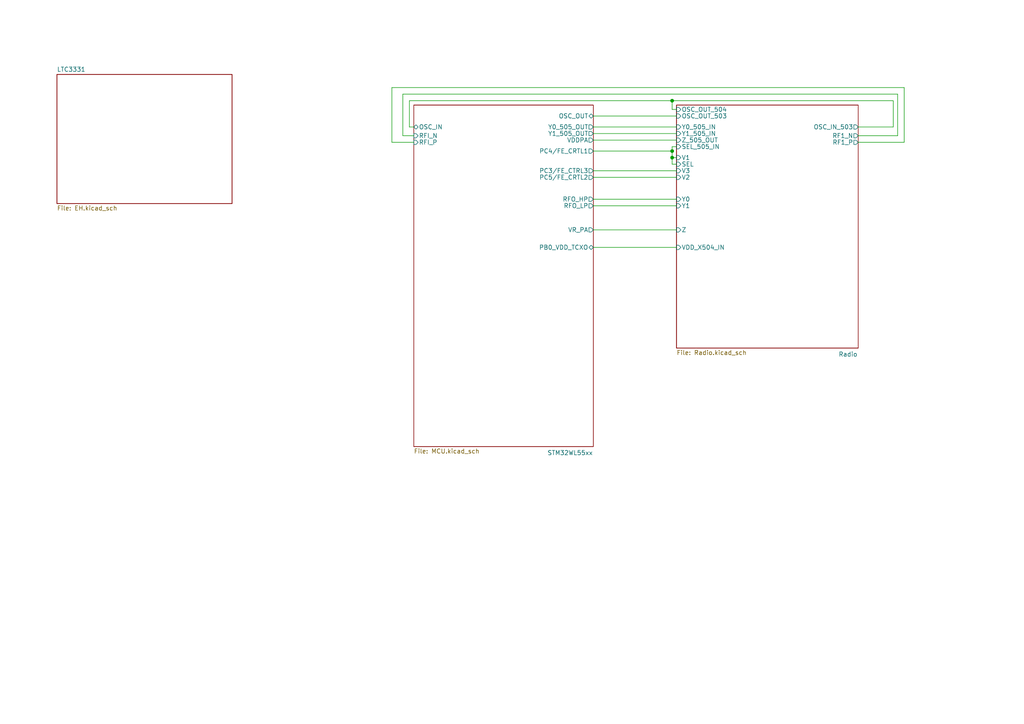
<source format=kicad_sch>
(kicad_sch (version 20230121) (generator eeschema)
  (paper "A4")
  (lib_symbols)
  (junction (at 194.945 45.72))
  (junction (at 194.945 29.21))
  (junction (at 194.945 43.815))
  (wire (pts (xy 260.35 39.37) (xy 260.35 27.305)))
  (wire (pts (xy 194.945 47.625) (xy 196.215 47.625)))
  (wire (pts (xy 172.085 33.655) (xy 196.215 33.655)))
  (wire (pts (xy 172.085 49.53) (xy 196.215 49.53)))
  (wire (pts (xy 172.085 57.785) (xy 196.215 57.785)))
  (wire (pts (xy 196.215 31.75) (xy 194.945 31.75)))
  (wire (pts (xy 194.945 45.72) (xy 196.215 45.72)))
  (wire (pts (xy 172.085 66.675) (xy 196.215 66.675)))
  (wire (pts (xy 172.085 36.83) (xy 196.215 36.83)))
  (wire (pts (xy 194.945 31.75) (xy 194.945 29.21)))
  (wire (pts (xy 172.085 38.735) (xy 196.215 38.735)))
  (wire (pts (xy 113.665 41.275) (xy 120.015 41.275)))
  (wire (pts (xy 194.945 43.815) (xy 194.945 45.72)))
  (wire (pts (xy 118.745 36.83) (xy 118.745 29.21)))
  (wire (pts (xy 172.085 51.435) (xy 196.215 51.435)))
  (wire (pts (xy 118.745 29.21) (xy 194.945 29.21)))
  (wire (pts (xy 262.255 41.275) (xy 262.255 25.4)))
  (wire (pts (xy 172.085 40.64) (xy 196.215 40.64)))
  (wire (pts (xy 172.085 59.69) (xy 196.215 59.69)))
  (wire (pts (xy 248.92 41.275) (xy 262.255 41.275)))
  (wire (pts (xy 172.085 43.815) (xy 194.945 43.815)))
  (wire (pts (xy 248.92 39.37) (xy 260.35 39.37)))
  (wire (pts (xy 116.84 27.305) (xy 116.84 39.37)))
  (wire (pts (xy 248.92 36.83) (xy 259.08 36.83)))
  (wire (pts (xy 194.945 29.21) (xy 259.08 29.21)))
  (wire (pts (xy 262.255 25.4) (xy 113.665 25.4)))
  (wire (pts (xy 172.085 71.755) (xy 196.215 71.755)))
  (wire (pts (xy 260.35 27.305) (xy 116.84 27.305)))
  (wire (pts (xy 113.665 25.4) (xy 113.665 41.275)))
  (wire (pts (xy 120.015 36.83) (xy 118.745 36.83)))
  (wire (pts (xy 194.945 43.815) (xy 194.945 42.545)))
  (wire (pts (xy 259.08 29.21) (xy 259.08 36.83)))
  (wire (pts (xy 194.945 45.72) (xy 194.945 47.625)))
  (wire (pts (xy 194.945 42.545) (xy 196.215 42.545)))
  (wire (pts (xy 116.84 39.37) (xy 120.015 39.37)))
  (sheet (at 16.51 21.59) (size 50.8 37.465) (stroke (width 0.1524))
    (property "Sheetname" "LTC3331" (at 16.51 20.8784 0) (effects (justify left bottom)))
    (property "Sheetfile" "EH.kicad_sch" (at 16.51 59.6396 0) (effects (justify left top)))
  )
  (sheet (at 120.015 30.48) (size 52.07 99.06) (stroke (width 0.1524))
    (property "Sheetname" "STM32WL55xx" (at 158.75 132.08 0) (effects (justify left bottom)))
    (property "Sheetfile" "MCU.kicad_sch" (at 120.015 130.1246 0) (effects (justify left top)))
    (pin "Y1_505_OUT" output (at 172.085 38.735 0))
    (pin "PC3{slash}FE_CTRL3" output (at 172.085 49.53 0))
    (pin "PC4{slash}FE_CRTL1" output (at 172.085 43.815 0))
    (pin "PC5{slash}FE_CRTL2" output (at 172.085 51.435 0))
    (pin "VDDPA" output (at 172.085 40.64 0))
    (pin "RFI_P" input (at 120.015 41.275 180))
    (pin "RFO_LP" output (at 172.085 59.69 0))
    (pin "OSC_OUT" bidirectional (at 172.085 33.655 0))
    (pin "OSC_IN" bidirectional (at 120.015 36.83 180))
    (pin "VR_PA" output (at 172.085 66.675 0))
    (pin "Y0_505_OUT" output (at 172.085 36.83 0))
    (pin "RFI_N" input (at 120.015 39.37 180))
    (pin "RFO_HP" output (at 172.085 57.785 0))
    (pin "PB0_VDD_TCXO" bidirectional (at 172.085 71.755 0))
  )
  (sheet (at 196.215 30.48) (size 52.705 70.485) (stroke (width 0.1524))
    (property "Sheetname" "Radio" (at 243.205 103.505 0) (effects (justify left bottom)))
    (property "Sheetfile" "Radio.kicad_sch" (at 196.215 101.5496 0) (effects (justify left top)))
    (pin "SEL_505_IN" input (at 196.215 42.545 180))
    (pin "V3" input (at 196.215 49.53 180))
    (pin "Y1" input (at 196.215 59.69 180))
    (pin "Z_505_OUT" input (at 196.215 40.64 180))
    (pin "Y0" input (at 196.215 57.785 180))
    (pin "RF1_N" output (at 248.92 39.37 0))
    (pin "V1" input (at 196.215 45.72 180))
    (pin "RF1_P" output (at 248.92 41.275 0))
    (pin "VDD_X504_IN" input (at 196.215 71.755 180))
    (pin "OSC_IN_503" output (at 248.92 36.83 0))
    (pin "OSC_OUT_504" input (at 196.215 31.75 180))
    (pin "OSC_OUT_503" input (at 196.215 33.655 180))
    (pin "Z" input (at 196.215 66.675 180))
    (pin "Y0_505_IN" input (at 196.215 36.83 180))
    (pin "Y1_505_IN" input (at 196.215 38.735 180))
    (pin "V2" input (at 196.215 51.435 180))
    (pin "SEL" input (at 196.215 47.625 180))
  )
)
</source>
